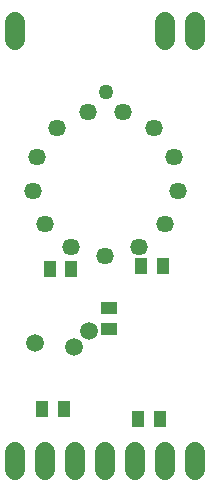
<source format=gbs>
G75*
%MOIN*%
%OFA0B0*%
%FSLAX25Y25*%
%IPPOS*%
%LPD*%
%AMOC8*
5,1,8,0,0,1.08239X$1,22.5*
%
%ADD10C,0.05761*%
%ADD11C,0.06800*%
%ADD12R,0.03950X0.05524*%
%ADD13C,0.05918*%
%ADD14R,0.05524X0.03950*%
%ADD15C,0.04956*%
D10*
X0029845Y0080360D03*
X0021114Y0088095D03*
X0016978Y0099001D03*
X0018384Y0110580D03*
X0025010Y0120180D03*
X0035338Y0125600D03*
X0047002Y0125600D03*
X0057330Y0120180D03*
X0063956Y0110580D03*
X0065362Y0099001D03*
X0061226Y0088095D03*
X0052495Y0080360D03*
X0041170Y0077569D03*
D11*
X0011170Y0012100D02*
X0011170Y0006100D01*
X0021170Y0006100D02*
X0021170Y0012100D01*
X0031170Y0012100D02*
X0031170Y0006100D01*
X0041170Y0006100D02*
X0041170Y0012100D01*
X0051170Y0012100D02*
X0051170Y0006100D01*
X0061170Y0006100D02*
X0061170Y0012100D01*
X0071170Y0012100D02*
X0071170Y0006100D01*
X0071170Y0149407D02*
X0071170Y0155407D01*
X0061170Y0155407D02*
X0061170Y0149407D01*
X0011170Y0149407D02*
X0011170Y0155407D01*
D12*
X0022757Y0073013D03*
X0029843Y0073013D03*
X0053257Y0074013D03*
X0060343Y0074013D03*
X0059343Y0023013D03*
X0052257Y0023013D03*
X0027343Y0026513D03*
X0020257Y0026513D03*
D13*
X0030800Y0047013D03*
X0035800Y0052513D03*
X0017800Y0048513D03*
D14*
X0042300Y0052970D03*
X0042300Y0060057D03*
D15*
X0041300Y0132013D03*
M02*

</source>
